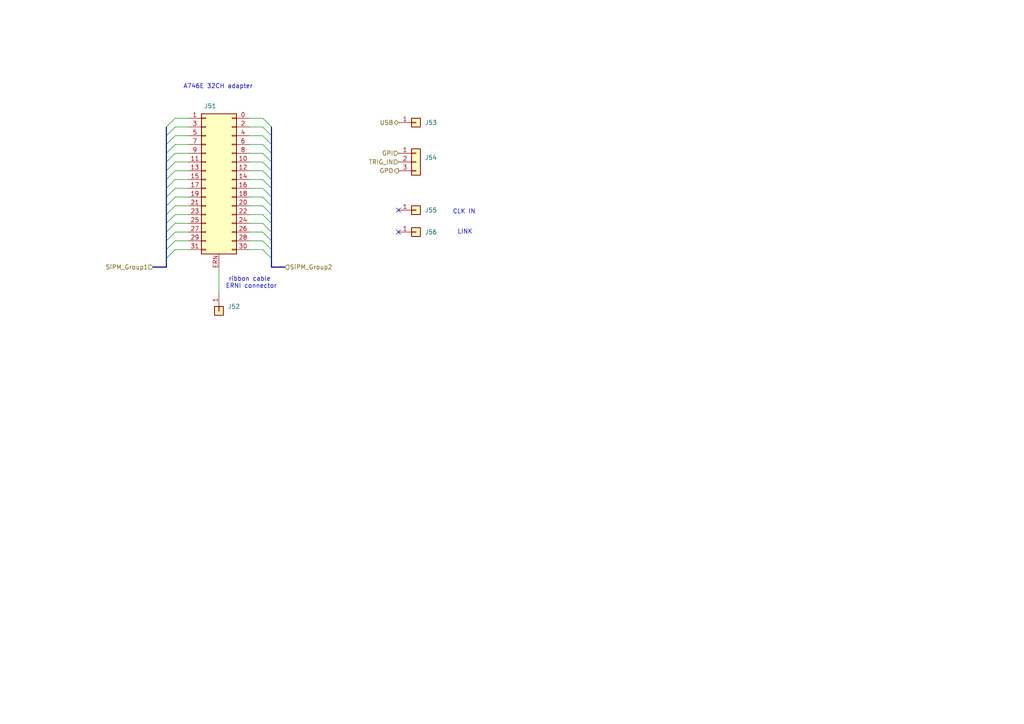
<source format=kicad_sch>
(kicad_sch
	(version 20231120)
	(generator "eeschema")
	(generator_version "8.0")
	(uuid "428ab932-d727-4384-ba38-aef39102ad4b")
	(paper "A4")
	(title_block
		(title "Instrumentation wiring drawing")
		(date "2024-06-21")
		(company "SBC")
		(comment 1 "Zhiheng Sheng")
	)
	(lib_symbols
		(symbol "Connector_Generic:Conn_01x01"
			(pin_names
				(offset 1.016) hide)
			(exclude_from_sim no)
			(in_bom yes)
			(on_board yes)
			(property "Reference" "J"
				(at 0 2.54 0)
				(effects
					(font
						(size 1.27 1.27)
					)
				)
			)
			(property "Value" "Conn_01x01"
				(at 0 -2.54 0)
				(effects
					(font
						(size 1.27 1.27)
					)
				)
			)
			(property "Footprint" ""
				(at 0 0 0)
				(effects
					(font
						(size 1.27 1.27)
					)
					(hide yes)
				)
			)
			(property "Datasheet" "~"
				(at 0 0 0)
				(effects
					(font
						(size 1.27 1.27)
					)
					(hide yes)
				)
			)
			(property "Description" "Generic connector, single row, 01x01, script generated (kicad-library-utils/schlib/autogen/connector/)"
				(at 0 0 0)
				(effects
					(font
						(size 1.27 1.27)
					)
					(hide yes)
				)
			)
			(property "ki_keywords" "connector"
				(at 0 0 0)
				(effects
					(font
						(size 1.27 1.27)
					)
					(hide yes)
				)
			)
			(property "ki_fp_filters" "Connector*:*_1x??_*"
				(at 0 0 0)
				(effects
					(font
						(size 1.27 1.27)
					)
					(hide yes)
				)
			)
			(symbol "Conn_01x01_1_1"
				(rectangle
					(start -1.27 0.127)
					(end 0 -0.127)
					(stroke
						(width 0.1524)
						(type default)
					)
					(fill
						(type none)
					)
				)
				(rectangle
					(start -1.27 1.27)
					(end 1.27 -1.27)
					(stroke
						(width 0.254)
						(type default)
					)
					(fill
						(type background)
					)
				)
				(pin passive line
					(at -5.08 0 0)
					(length 3.81)
					(name "Pin_1"
						(effects
							(font
								(size 1.27 1.27)
							)
						)
					)
					(number "1"
						(effects
							(font
								(size 1.27 1.27)
							)
						)
					)
				)
			)
		)
		(symbol "Connector_Generic:Conn_01x03"
			(pin_names
				(offset 1.016) hide)
			(exclude_from_sim no)
			(in_bom yes)
			(on_board yes)
			(property "Reference" "J"
				(at 0 5.08 0)
				(effects
					(font
						(size 1.27 1.27)
					)
				)
			)
			(property "Value" "Conn_01x03"
				(at 0 -5.08 0)
				(effects
					(font
						(size 1.27 1.27)
					)
				)
			)
			(property "Footprint" ""
				(at 0 0 0)
				(effects
					(font
						(size 1.27 1.27)
					)
					(hide yes)
				)
			)
			(property "Datasheet" "~"
				(at 0 0 0)
				(effects
					(font
						(size 1.27 1.27)
					)
					(hide yes)
				)
			)
			(property "Description" "Generic connector, single row, 01x03, script generated (kicad-library-utils/schlib/autogen/connector/)"
				(at 0 0 0)
				(effects
					(font
						(size 1.27 1.27)
					)
					(hide yes)
				)
			)
			(property "ki_keywords" "connector"
				(at 0 0 0)
				(effects
					(font
						(size 1.27 1.27)
					)
					(hide yes)
				)
			)
			(property "ki_fp_filters" "Connector*:*_1x??_*"
				(at 0 0 0)
				(effects
					(font
						(size 1.27 1.27)
					)
					(hide yes)
				)
			)
			(symbol "Conn_01x03_1_1"
				(rectangle
					(start -1.27 -2.413)
					(end 0 -2.667)
					(stroke
						(width 0.1524)
						(type default)
					)
					(fill
						(type none)
					)
				)
				(rectangle
					(start -1.27 0.127)
					(end 0 -0.127)
					(stroke
						(width 0.1524)
						(type default)
					)
					(fill
						(type none)
					)
				)
				(rectangle
					(start -1.27 2.667)
					(end 0 2.413)
					(stroke
						(width 0.1524)
						(type default)
					)
					(fill
						(type none)
					)
				)
				(rectangle
					(start -1.27 3.81)
					(end 1.27 -3.81)
					(stroke
						(width 0.254)
						(type default)
					)
					(fill
						(type background)
					)
				)
				(pin passive line
					(at -5.08 2.54 0)
					(length 3.81)
					(name "Pin_1"
						(effects
							(font
								(size 1.27 1.27)
							)
						)
					)
					(number "1"
						(effects
							(font
								(size 1.27 1.27)
							)
						)
					)
				)
				(pin passive line
					(at -5.08 0 0)
					(length 3.81)
					(name "Pin_2"
						(effects
							(font
								(size 1.27 1.27)
							)
						)
					)
					(number "2"
						(effects
							(font
								(size 1.27 1.27)
							)
						)
					)
				)
				(pin passive line
					(at -5.08 -2.54 0)
					(length 3.81)
					(name "Pin_3"
						(effects
							(font
								(size 1.27 1.27)
							)
						)
					)
					(number "3"
						(effects
							(font
								(size 1.27 1.27)
							)
						)
					)
				)
			)
		)
		(symbol "Connector_Generic:Conn_02x16_Odd_Even"
			(pin_names
				(offset 1.016) hide)
			(exclude_from_sim no)
			(in_bom yes)
			(on_board yes)
			(property "Reference" "J51"
				(at -2.54 22.606 0)
				(effects
					(font
						(size 1.27 1.27)
					)
				)
			)
			(property "Value" "Conn_02x16_Odd_Even"
				(at -2.54 22.86 0)
				(effects
					(font
						(size 1.27 1.27)
					)
					(hide yes)
				)
			)
			(property "Footprint" ""
				(at -3.81 1.27 0)
				(effects
					(font
						(size 1.27 1.27)
					)
					(hide yes)
				)
			)
			(property "Datasheet" "~"
				(at -3.81 1.27 0)
				(effects
					(font
						(size 1.27 1.27)
					)
					(hide yes)
				)
			)
			(property "Description" "Generic connector, double row, 02x16, odd/even pin numbering scheme (row 1 odd numbers, row 2 even numbers), script generated (kicad-library-utils/schlib/autogen/connector/)"
				(at -2.54 0 0)
				(effects
					(font
						(size 1.27 1.27)
					)
					(hide yes)
				)
			)
			(property "ki_keywords" "connector"
				(at 0 0 0)
				(effects
					(font
						(size 1.27 1.27)
					)
					(hide yes)
				)
			)
			(property "ki_fp_filters" "Connector*:*_2x??_*"
				(at 0 0 0)
				(effects
					(font
						(size 1.27 1.27)
					)
					(hide yes)
				)
			)
			(symbol "Conn_02x16_Odd_Even_1_1"
				(rectangle
					(start -5.08 -18.923)
					(end -3.81 -19.177)
					(stroke
						(width 0.1524)
						(type default)
					)
					(fill
						(type none)
					)
				)
				(rectangle
					(start -5.08 -16.383)
					(end -3.81 -16.637)
					(stroke
						(width 0.1524)
						(type default)
					)
					(fill
						(type none)
					)
				)
				(rectangle
					(start -5.08 -13.843)
					(end -3.81 -14.097)
					(stroke
						(width 0.1524)
						(type default)
					)
					(fill
						(type none)
					)
				)
				(rectangle
					(start -5.08 -11.303)
					(end -3.81 -11.557)
					(stroke
						(width 0.1524)
						(type default)
					)
					(fill
						(type none)
					)
				)
				(rectangle
					(start -5.08 -8.763)
					(end -3.81 -9.017)
					(stroke
						(width 0.1524)
						(type default)
					)
					(fill
						(type none)
					)
				)
				(rectangle
					(start -5.08 -6.223)
					(end -3.81 -6.477)
					(stroke
						(width 0.1524)
						(type default)
					)
					(fill
						(type none)
					)
				)
				(rectangle
					(start -5.08 -3.683)
					(end -3.81 -3.937)
					(stroke
						(width 0.1524)
						(type default)
					)
					(fill
						(type none)
					)
				)
				(rectangle
					(start -5.08 -1.143)
					(end -3.81 -1.397)
					(stroke
						(width 0.1524)
						(type default)
					)
					(fill
						(type none)
					)
				)
				(rectangle
					(start -5.08 1.397)
					(end -3.81 1.143)
					(stroke
						(width 0.1524)
						(type default)
					)
					(fill
						(type none)
					)
				)
				(rectangle
					(start -5.08 3.937)
					(end -3.81 3.683)
					(stroke
						(width 0.1524)
						(type default)
					)
					(fill
						(type none)
					)
				)
				(rectangle
					(start -5.08 6.477)
					(end -3.81 6.223)
					(stroke
						(width 0.1524)
						(type default)
					)
					(fill
						(type none)
					)
				)
				(rectangle
					(start -5.08 9.017)
					(end -3.81 8.763)
					(stroke
						(width 0.1524)
						(type default)
					)
					(fill
						(type none)
					)
				)
				(rectangle
					(start -5.08 11.557)
					(end -3.81 11.303)
					(stroke
						(width 0.1524)
						(type default)
					)
					(fill
						(type none)
					)
				)
				(rectangle
					(start -5.08 14.097)
					(end -3.81 13.843)
					(stroke
						(width 0.1524)
						(type default)
					)
					(fill
						(type none)
					)
				)
				(rectangle
					(start -5.08 16.637)
					(end -3.81 16.383)
					(stroke
						(width 0.1524)
						(type default)
					)
					(fill
						(type none)
					)
				)
				(rectangle
					(start -5.08 19.177)
					(end -3.81 18.923)
					(stroke
						(width 0.1524)
						(type default)
					)
					(fill
						(type none)
					)
				)
				(rectangle
					(start -5.08 20.32)
					(end 5.08 -20.32)
					(stroke
						(width 0.254)
						(type default)
					)
					(fill
						(type background)
					)
				)
				(rectangle
					(start 5.08 -18.923)
					(end 3.81 -19.177)
					(stroke
						(width 0.1524)
						(type default)
					)
					(fill
						(type none)
					)
				)
				(rectangle
					(start 5.08 -16.383)
					(end 3.81 -16.637)
					(stroke
						(width 0.1524)
						(type default)
					)
					(fill
						(type none)
					)
				)
				(rectangle
					(start 5.08 -13.843)
					(end 3.81 -14.097)
					(stroke
						(width 0.1524)
						(type default)
					)
					(fill
						(type none)
					)
				)
				(rectangle
					(start 5.08 -11.303)
					(end 3.81 -11.557)
					(stroke
						(width 0.1524)
						(type default)
					)
					(fill
						(type none)
					)
				)
				(rectangle
					(start 5.08 -8.763)
					(end 3.81 -9.017)
					(stroke
						(width 0.1524)
						(type default)
					)
					(fill
						(type none)
					)
				)
				(rectangle
					(start 5.08 -6.223)
					(end 3.81 -6.477)
					(stroke
						(width 0.1524)
						(type default)
					)
					(fill
						(type none)
					)
				)
				(rectangle
					(start 5.08 -3.683)
					(end 3.81 -3.937)
					(stroke
						(width 0.1524)
						(type default)
					)
					(fill
						(type none)
					)
				)
				(rectangle
					(start 5.08 -1.143)
					(end 3.81 -1.397)
					(stroke
						(width 0.1524)
						(type default)
					)
					(fill
						(type none)
					)
				)
				(rectangle
					(start 5.08 1.397)
					(end 3.81 1.143)
					(stroke
						(width 0.1524)
						(type default)
					)
					(fill
						(type none)
					)
				)
				(rectangle
					(start 5.08 3.937)
					(end 3.81 3.683)
					(stroke
						(width 0.1524)
						(type default)
					)
					(fill
						(type none)
					)
				)
				(rectangle
					(start 5.08 6.477)
					(end 3.81 6.223)
					(stroke
						(width 0.1524)
						(type default)
					)
					(fill
						(type none)
					)
				)
				(rectangle
					(start 5.08 9.017)
					(end 3.81 8.763)
					(stroke
						(width 0.1524)
						(type default)
					)
					(fill
						(type none)
					)
				)
				(rectangle
					(start 5.08 11.557)
					(end 3.81 11.303)
					(stroke
						(width 0.1524)
						(type default)
					)
					(fill
						(type none)
					)
				)
				(rectangle
					(start 5.08 14.097)
					(end 3.81 13.843)
					(stroke
						(width 0.1524)
						(type default)
					)
					(fill
						(type none)
					)
				)
				(rectangle
					(start 5.08 16.637)
					(end 3.81 16.383)
					(stroke
						(width 0.1524)
						(type default)
					)
					(fill
						(type none)
					)
				)
				(rectangle
					(start 5.08 19.177)
					(end 3.81 18.923)
					(stroke
						(width 0.1524)
						(type default)
					)
					(fill
						(type none)
					)
				)
				(pin passive line
					(at 8.89 19.05 180)
					(length 3.81)
					(name "Pin_0"
						(effects
							(font
								(size 1.27 1.27)
							)
						)
					)
					(number "0"
						(effects
							(font
								(size 1.27 1.27)
							)
						)
					)
				)
				(pin passive line
					(at -8.89 19.05 0)
					(length 3.81)
					(name "Pin_1"
						(effects
							(font
								(size 1.27 1.27)
							)
						)
					)
					(number "1"
						(effects
							(font
								(size 1.27 1.27)
							)
						)
					)
				)
				(pin passive line
					(at 8.89 6.35 180)
					(length 3.81)
					(name "Pin_10"
						(effects
							(font
								(size 1.27 1.27)
							)
						)
					)
					(number "10"
						(effects
							(font
								(size 1.27 1.27)
							)
						)
					)
				)
				(pin passive line
					(at -8.89 6.35 0)
					(length 3.81)
					(name "Pin_11"
						(effects
							(font
								(size 1.27 1.27)
							)
						)
					)
					(number "11"
						(effects
							(font
								(size 1.27 1.27)
							)
						)
					)
				)
				(pin passive line
					(at 8.89 3.81 180)
					(length 3.81)
					(name "Pin_12"
						(effects
							(font
								(size 1.27 1.27)
							)
						)
					)
					(number "12"
						(effects
							(font
								(size 1.27 1.27)
							)
						)
					)
				)
				(pin passive line
					(at -8.89 3.81 0)
					(length 3.81)
					(name "Pin_13"
						(effects
							(font
								(size 1.27 1.27)
							)
						)
					)
					(number "13"
						(effects
							(font
								(size 1.27 1.27)
							)
						)
					)
				)
				(pin passive line
					(at 8.89 1.27 180)
					(length 3.81)
					(name "Pin_14"
						(effects
							(font
								(size 1.27 1.27)
							)
						)
					)
					(number "14"
						(effects
							(font
								(size 1.27 1.27)
							)
						)
					)
				)
				(pin passive line
					(at -8.89 1.27 0)
					(length 3.81)
					(name "Pin_15"
						(effects
							(font
								(size 1.27 1.27)
							)
						)
					)
					(number "15"
						(effects
							(font
								(size 1.27 1.27)
							)
						)
					)
				)
				(pin passive line
					(at 8.89 -1.27 180)
					(length 3.81)
					(name "Pin_16"
						(effects
							(font
								(size 1.27 1.27)
							)
						)
					)
					(number "16"
						(effects
							(font
								(size 1.27 1.27)
							)
						)
					)
				)
				(pin passive line
					(at -8.89 -1.27 0)
					(length 3.81)
					(name "Pin_17"
						(effects
							(font
								(size 1.27 1.27)
							)
						)
					)
					(number "17"
						(effects
							(font
								(size 1.27 1.27)
							)
						)
					)
				)
				(pin passive line
					(at 8.89 -3.81 180)
					(length 3.81)
					(name "Pin_18"
						(effects
							(font
								(size 1.27 1.27)
							)
						)
					)
					(number "18"
						(effects
							(font
								(size 1.27 1.27)
							)
						)
					)
				)
				(pin passive line
					(at -8.89 -3.81 0)
					(length 3.81)
					(name "Pin_19"
						(effects
							(font
								(size 1.27 1.27)
							)
						)
					)
					(number "19"
						(effects
							(font
								(size 1.27 1.27)
							)
						)
					)
				)
				(pin passive line
					(at 8.89 16.51 180)
					(length 3.81)
					(name "Pin_2"
						(effects
							(font
								(size 1.27 1.27)
							)
						)
					)
					(number "2"
						(effects
							(font
								(size 1.27 1.27)
							)
						)
					)
				)
				(pin passive line
					(at 8.89 -6.35 180)
					(length 3.81)
					(name "Pin_20"
						(effects
							(font
								(size 1.27 1.27)
							)
						)
					)
					(number "20"
						(effects
							(font
								(size 1.27 1.27)
							)
						)
					)
				)
				(pin passive line
					(at -8.89 -6.35 0)
					(length 3.81)
					(name "Pin_21"
						(effects
							(font
								(size 1.27 1.27)
							)
						)
					)
					(number "21"
						(effects
							(font
								(size 1.27 1.27)
							)
						)
					)
				)
				(pin passive line
					(at 8.89 -8.89 180)
					(length 3.81)
					(name "Pin_22"
						(effects
							(font
								(size 1.27 1.27)
							)
						)
					)
					(number "22"
						(effects
							(font
								(size 1.27 1.27)
							)
						)
					)
				)
				(pin passive line
					(at -8.89 -8.89 0)
					(length 3.81)
					(name "Pin_23"
						(effects
							(font
								(size 1.27 1.27)
							)
						)
					)
					(number "23"
						(effects
							(font
								(size 1.27 1.27)
							)
						)
					)
				)
				(pin passive line
					(at 8.89 -11.43 180)
					(length 3.81)
					(name "Pin_24"
						(effects
							(font
								(size 1.27 1.27)
							)
						)
					)
					(number "24"
						(effects
							(font
								(size 1.27 1.27)
							)
						)
					)
				)
				(pin passive line
					(at -8.89 -11.43 0)
					(length 3.81)
					(name "Pin_25"
						(effects
							(font
								(size 1.27 1.27)
							)
						)
					)
					(number "25"
						(effects
							(font
								(size 1.27 1.27)
							)
						)
					)
				)
				(pin passive line
					(at 8.89 -13.97 180)
					(length 3.81)
					(name "Pin_26"
						(effects
							(font
								(size 1.27 1.27)
							)
						)
					)
					(number "26"
						(effects
							(font
								(size 1.27 1.27)
							)
						)
					)
				)
				(pin passive line
					(at -8.89 -13.97 0)
					(length 3.81)
					(name "Pin_27"
						(effects
							(font
								(size 1.27 1.27)
							)
						)
					)
					(number "27"
						(effects
							(font
								(size 1.27 1.27)
							)
						)
					)
				)
				(pin passive line
					(at 8.89 -16.51 180)
					(length 3.81)
					(name "Pin_28"
						(effects
							(font
								(size 1.27 1.27)
							)
						)
					)
					(number "28"
						(effects
							(font
								(size 1.27 1.27)
							)
						)
					)
				)
				(pin passive line
					(at -8.89 -16.51 0)
					(length 3.81)
					(name "Pin_29"
						(effects
							(font
								(size 1.27 1.27)
							)
						)
					)
					(number "29"
						(effects
							(font
								(size 1.27 1.27)
							)
						)
					)
				)
				(pin passive line
					(at -8.89 16.51 0)
					(length 3.81)
					(name "Pin_3"
						(effects
							(font
								(size 1.27 1.27)
							)
						)
					)
					(number "3"
						(effects
							(font
								(size 1.27 1.27)
							)
						)
					)
				)
				(pin passive line
					(at 8.89 -19.05 180)
					(length 3.81)
					(name "Pin_30"
						(effects
							(font
								(size 1.27 1.27)
							)
						)
					)
					(number "30"
						(effects
							(font
								(size 1.27 1.27)
							)
						)
					)
				)
				(pin passive line
					(at -8.89 -19.05 0)
					(length 3.81)
					(name "Pin_31"
						(effects
							(font
								(size 1.27 1.27)
							)
						)
					)
					(number "31"
						(effects
							(font
								(size 1.27 1.27)
							)
						)
					)
				)
				(pin passive line
					(at 8.89 13.97 180)
					(length 3.81)
					(name "Pin_4"
						(effects
							(font
								(size 1.27 1.27)
							)
						)
					)
					(number "4"
						(effects
							(font
								(size 1.27 1.27)
							)
						)
					)
				)
				(pin passive line
					(at -8.89 13.97 0)
					(length 3.81)
					(name "Pin_5"
						(effects
							(font
								(size 1.27 1.27)
							)
						)
					)
					(number "5"
						(effects
							(font
								(size 1.27 1.27)
							)
						)
					)
				)
				(pin passive line
					(at 8.89 11.43 180)
					(length 3.81)
					(name "Pin_6"
						(effects
							(font
								(size 1.27 1.27)
							)
						)
					)
					(number "6"
						(effects
							(font
								(size 1.27 1.27)
							)
						)
					)
				)
				(pin passive line
					(at -8.89 11.43 0)
					(length 3.81)
					(name "Pin_7"
						(effects
							(font
								(size 1.27 1.27)
							)
						)
					)
					(number "7"
						(effects
							(font
								(size 1.27 1.27)
							)
						)
					)
				)
				(pin passive line
					(at 8.89 8.89 180)
					(length 3.81)
					(name "Pin_8"
						(effects
							(font
								(size 1.27 1.27)
							)
						)
					)
					(number "8"
						(effects
							(font
								(size 1.27 1.27)
							)
						)
					)
				)
				(pin passive line
					(at -8.89 8.89 0)
					(length 3.81)
					(name "Pin_9"
						(effects
							(font
								(size 1.27 1.27)
							)
						)
					)
					(number "9"
						(effects
							(font
								(size 1.27 1.27)
							)
						)
					)
				)
				(pin passive line
					(at 0 -24.13 90)
					(length 3.81)
					(name "ERNI"
						(effects
							(font
								(size 1.27 1.27)
							)
						)
					)
					(number "ERNI"
						(effects
							(font
								(size 1.27 1.27)
							)
						)
					)
				)
			)
		)
	)
	(no_connect
		(at 115.57 60.96)
		(uuid "4a5c2fe8-8cf3-4a87-9332-dfc17b90c2bb")
	)
	(no_connect
		(at 115.57 67.31)
		(uuid "5149233b-2ad1-4b06-b08b-ad99e374afed")
	)
	(bus_entry
		(at 76.2 67.31)
		(size 2.54 2.54)
		(stroke
			(width 0)
			(type default)
		)
		(uuid "02089d4f-aa38-4488-be0f-8af477e028f2")
	)
	(bus_entry
		(at 76.2 72.39)
		(size 2.54 2.54)
		(stroke
			(width 0)
			(type default)
		)
		(uuid "07dc5c32-0cb0-40c5-9f68-2bf70b9bce17")
	)
	(bus_entry
		(at 76.2 59.69)
		(size 2.54 2.54)
		(stroke
			(width 0)
			(type default)
		)
		(uuid "08b60e49-66bc-4647-9ce2-515b9e7b6d68")
	)
	(bus_entry
		(at 50.8 72.39)
		(size -2.54 2.54)
		(stroke
			(width 0)
			(type default)
		)
		(uuid "09ba24f7-d042-4cf9-9103-205165de1581")
	)
	(bus_entry
		(at 50.8 62.23)
		(size -2.54 2.54)
		(stroke
			(width 0)
			(type default)
		)
		(uuid "20bb4245-bf4a-4877-9886-7a3e1c7e468a")
	)
	(bus_entry
		(at 76.2 52.07)
		(size 2.54 2.54)
		(stroke
			(width 0)
			(type default)
		)
		(uuid "253adb07-50ee-49cd-b2e7-1a544421abd9")
	)
	(bus_entry
		(at 50.8 41.91)
		(size -2.54 2.54)
		(stroke
			(width 0)
			(type default)
		)
		(uuid "2a6559a2-0bde-4819-9cb2-160c54c5d51f")
	)
	(bus_entry
		(at 76.2 34.29)
		(size 2.54 2.54)
		(stroke
			(width 0)
			(type default)
		)
		(uuid "31f2c3fb-6769-46d7-8413-98cd28f45b1c")
	)
	(bus_entry
		(at 50.8 49.53)
		(size -2.54 2.54)
		(stroke
			(width 0)
			(type default)
		)
		(uuid "3925c020-b706-4b12-932c-1048d4f3188f")
	)
	(bus_entry
		(at 50.8 36.83)
		(size -2.54 2.54)
		(stroke
			(width 0)
			(type default)
		)
		(uuid "48d24b48-22a7-435a-9753-c54abfb484e1")
	)
	(bus_entry
		(at 76.2 39.37)
		(size 2.54 2.54)
		(stroke
			(width 0)
			(type default)
		)
		(uuid "51fef848-b7ae-42eb-8214-e7f49b0652bf")
	)
	(bus_entry
		(at 50.8 39.37)
		(size -2.54 2.54)
		(stroke
			(width 0)
			(type default)
		)
		(uuid "54431350-c565-4b35-bfec-bd65ac375c30")
	)
	(bus_entry
		(at 76.2 46.99)
		(size 2.54 2.54)
		(stroke
			(width 0)
			(type default)
		)
		(uuid "5770d30d-903f-4820-9fcc-a4353ed32312")
	)
	(bus_entry
		(at 50.8 44.45)
		(size -2.54 2.54)
		(stroke
			(width 0)
			(type default)
		)
		(uuid "61180281-b619-45d0-b7b1-02c20a170769")
	)
	(bus_entry
		(at 50.8 57.15)
		(size -2.54 2.54)
		(stroke
			(width 0)
			(type default)
		)
		(uuid "62d93169-f919-43ae-a0a9-0117fe65711e")
	)
	(bus_entry
		(at 76.2 54.61)
		(size 2.54 2.54)
		(stroke
			(width 0)
			(type default)
		)
		(uuid "645f0697-7110-4c4f-8fea-d8f617ada059")
	)
	(bus_entry
		(at 50.8 67.31)
		(size -2.54 2.54)
		(stroke
			(width 0)
			(type default)
		)
		(uuid "7ce4d3c3-1004-4d35-acd3-ce5fc404fc26")
	)
	(bus_entry
		(at 50.8 64.77)
		(size -2.54 2.54)
		(stroke
			(width 0)
			(type default)
		)
		(uuid "7d04bb2e-7615-4f96-be18-e9ba9a39275c")
	)
	(bus_entry
		(at 50.8 46.99)
		(size -2.54 2.54)
		(stroke
			(width 0)
			(type default)
		)
		(uuid "9426da3f-e9e7-41a6-b6fc-b74087bd7883")
	)
	(bus_entry
		(at 76.2 41.91)
		(size 2.54 2.54)
		(stroke
			(width 0)
			(type default)
		)
		(uuid "9a9ecd7c-87a1-4125-93b2-32c3eb130c1e")
	)
	(bus_entry
		(at 76.2 69.85)
		(size 2.54 2.54)
		(stroke
			(width 0)
			(type default)
		)
		(uuid "a26a30f9-de41-4730-97b8-a451357c7a6c")
	)
	(bus_entry
		(at 76.2 44.45)
		(size 2.54 2.54)
		(stroke
			(width 0)
			(type default)
		)
		(uuid "a3a94e96-0bb6-43ae-929e-447e1ed03bf3")
	)
	(bus_entry
		(at 76.2 49.53)
		(size 2.54 2.54)
		(stroke
			(width 0)
			(type default)
		)
		(uuid "a8507006-b847-4809-8a11-ba19f527d574")
	)
	(bus_entry
		(at 50.8 54.61)
		(size -2.54 2.54)
		(stroke
			(width 0)
			(type default)
		)
		(uuid "ad7fc8b9-37b1-4775-a66e-394098b8d0fb")
	)
	(bus_entry
		(at 50.8 59.69)
		(size -2.54 2.54)
		(stroke
			(width 0)
			(type default)
		)
		(uuid "b4eb65b7-e4ae-40d1-b5f0-96cf2f0a92f2")
	)
	(bus_entry
		(at 76.2 62.23)
		(size 2.54 2.54)
		(stroke
			(width 0)
			(type default)
		)
		(uuid "b5d82f01-4a92-4cfc-bc39-adacdd460b55")
	)
	(bus_entry
		(at 76.2 36.83)
		(size 2.54 2.54)
		(stroke
			(width 0)
			(type default)
		)
		(uuid "be2b453b-7f8f-4962-b0f3-f3750f2f84db")
	)
	(bus_entry
		(at 50.8 69.85)
		(size -2.54 2.54)
		(stroke
			(width 0)
			(type default)
		)
		(uuid "c691c423-8b73-4490-b98f-9314c33171e8")
	)
	(bus_entry
		(at 50.8 52.07)
		(size -2.54 2.54)
		(stroke
			(width 0)
			(type default)
		)
		(uuid "c9ef57af-02f0-4d1f-9e68-8c03a4efe4ca")
	)
	(bus_entry
		(at 50.8 34.29)
		(size -2.54 2.54)
		(stroke
			(width 0)
			(type default)
		)
		(uuid "dfc3010e-3708-4caa-9e4e-572ecd33b0cd")
	)
	(bus_entry
		(at 76.2 57.15)
		(size 2.54 2.54)
		(stroke
			(width 0)
			(type default)
		)
		(uuid "e5a3c364-0a78-44c5-92d2-a2009dff5f35")
	)
	(bus_entry
		(at 76.2 64.77)
		(size 2.54 2.54)
		(stroke
			(width 0)
			(type default)
		)
		(uuid "f21778dd-c1af-47c4-951d-27abf174234e")
	)
	(wire
		(pts
			(xy 50.8 57.15) (xy 54.61 57.15)
		)
		(stroke
			(width 0)
			(type default)
		)
		(uuid "003bc9a9-cede-4a56-850b-5f257e09946b")
	)
	(wire
		(pts
			(xy 50.8 41.91) (xy 54.61 41.91)
		)
		(stroke
			(width 0)
			(type default)
		)
		(uuid "04981d53-9498-48de-924f-78768dc04b25")
	)
	(wire
		(pts
			(xy 76.2 67.31) (xy 72.39 67.31)
		)
		(stroke
			(width 0)
			(type default)
		)
		(uuid "05eeaafc-c60c-4223-b4c8-615f13dbc17d")
	)
	(wire
		(pts
			(xy 50.8 64.77) (xy 54.61 64.77)
		)
		(stroke
			(width 0)
			(type default)
		)
		(uuid "0649eb83-da22-480f-830b-2fe7d31ee50b")
	)
	(bus
		(pts
			(xy 48.26 62.23) (xy 48.26 64.77)
		)
		(stroke
			(width 0)
			(type default)
		)
		(uuid "0f580da6-d869-49c0-b26a-69619d6f6f0e")
	)
	(wire
		(pts
			(xy 63.5 77.47) (xy 63.5 85.09)
		)
		(stroke
			(width 0)
			(type default)
		)
		(uuid "1236c914-999b-43b2-bd7f-ded4d5413f43")
	)
	(bus
		(pts
			(xy 78.74 36.83) (xy 78.74 39.37)
		)
		(stroke
			(width 0)
			(type default)
		)
		(uuid "1758c5c6-602f-41b2-90c9-2af933e41288")
	)
	(wire
		(pts
			(xy 50.8 36.83) (xy 54.61 36.83)
		)
		(stroke
			(width 0)
			(type default)
		)
		(uuid "18888b3a-b6d7-4e7f-8948-0406038b47dd")
	)
	(bus
		(pts
			(xy 78.74 67.31) (xy 78.74 69.85)
		)
		(stroke
			(width 0)
			(type default)
		)
		(uuid "18d49c3f-c8ae-40df-a533-87a38827e118")
	)
	(wire
		(pts
			(xy 50.8 34.29) (xy 54.61 34.29)
		)
		(stroke
			(width 0)
			(type default)
		)
		(uuid "1cd12a36-6150-4966-bf87-5dad0e0a82f4")
	)
	(bus
		(pts
			(xy 48.26 36.83) (xy 48.26 39.37)
		)
		(stroke
			(width 0)
			(type default)
		)
		(uuid "1dc16fbe-2d1d-4bef-91b6-67a92431bbf2")
	)
	(bus
		(pts
			(xy 78.74 44.45) (xy 78.74 46.99)
		)
		(stroke
			(width 0)
			(type default)
		)
		(uuid "1e5a6833-99e4-4dcd-b288-40355ba3e23f")
	)
	(wire
		(pts
			(xy 50.8 44.45) (xy 54.61 44.45)
		)
		(stroke
			(width 0)
			(type default)
		)
		(uuid "24a25350-0f3b-4005-bbb3-af775964d023")
	)
	(wire
		(pts
			(xy 50.8 69.85) (xy 54.61 69.85)
		)
		(stroke
			(width 0)
			(type default)
		)
		(uuid "283f1785-fbf5-4a00-a1f6-8a139898f7cd")
	)
	(bus
		(pts
			(xy 48.26 67.31) (xy 48.26 69.85)
		)
		(stroke
			(width 0)
			(type default)
		)
		(uuid "2e7f5f59-e547-4fbe-aa9f-216fe453ec1a")
	)
	(bus
		(pts
			(xy 78.74 59.69) (xy 78.74 62.23)
		)
		(stroke
			(width 0)
			(type default)
		)
		(uuid "2fccdf6d-114f-4afb-a46a-ab70b1fcacec")
	)
	(wire
		(pts
			(xy 50.8 72.39) (xy 54.61 72.39)
		)
		(stroke
			(width 0)
			(type default)
		)
		(uuid "33dddccd-a44a-459d-a726-ac491ad52288")
	)
	(wire
		(pts
			(xy 50.8 52.07) (xy 54.61 52.07)
		)
		(stroke
			(width 0)
			(type default)
		)
		(uuid "3f32f799-974b-4e28-9c08-e054b020c432")
	)
	(bus
		(pts
			(xy 78.74 54.61) (xy 78.74 57.15)
		)
		(stroke
			(width 0)
			(type default)
		)
		(uuid "3fdb07d2-ecd5-411d-92b8-5a1cdc4b98ab")
	)
	(wire
		(pts
			(xy 76.2 44.45) (xy 72.39 44.45)
		)
		(stroke
			(width 0)
			(type default)
		)
		(uuid "45273a77-1290-4e5a-8802-0e8a12d51ee5")
	)
	(wire
		(pts
			(xy 76.2 69.85) (xy 72.39 69.85)
		)
		(stroke
			(width 0)
			(type default)
		)
		(uuid "4961531c-aae9-4d09-9f7f-ca73cdde4648")
	)
	(bus
		(pts
			(xy 82.55 77.47) (xy 78.74 77.47)
		)
		(stroke
			(width 0)
			(type default)
		)
		(uuid "4dba01e4-939f-4cb7-8f5f-719cf992d27d")
	)
	(bus
		(pts
			(xy 48.26 74.93) (xy 48.26 77.47)
		)
		(stroke
			(width 0)
			(type default)
		)
		(uuid "578d94ed-8cf5-4083-aa20-09d2781dee15")
	)
	(wire
		(pts
			(xy 50.8 39.37) (xy 54.61 39.37)
		)
		(stroke
			(width 0)
			(type default)
		)
		(uuid "5b5fd75d-3389-46a5-baa8-c260a2d2cf8f")
	)
	(bus
		(pts
			(xy 48.26 64.77) (xy 48.26 67.31)
		)
		(stroke
			(width 0)
			(type default)
		)
		(uuid "5c3f8e75-01a8-460c-a827-7a19778942e8")
	)
	(bus
		(pts
			(xy 48.26 52.07) (xy 48.26 54.61)
		)
		(stroke
			(width 0)
			(type default)
		)
		(uuid "60324290-ebd9-46b2-81ff-81bcf32e4daa")
	)
	(bus
		(pts
			(xy 78.74 39.37) (xy 78.74 41.91)
		)
		(stroke
			(width 0)
			(type default)
		)
		(uuid "61648bef-11c6-45f5-af2e-46eaf1ddfbd7")
	)
	(bus
		(pts
			(xy 78.74 41.91) (xy 78.74 44.45)
		)
		(stroke
			(width 0)
			(type default)
		)
		(uuid "650d7c99-1c20-49e7-8f11-1f99643a8252")
	)
	(wire
		(pts
			(xy 76.2 41.91) (xy 72.39 41.91)
		)
		(stroke
			(width 0)
			(type default)
		)
		(uuid "678e41cd-d34d-4549-8f8f-ae9dac11f0a1")
	)
	(bus
		(pts
			(xy 78.74 46.99) (xy 78.74 49.53)
		)
		(stroke
			(width 0)
			(type default)
		)
		(uuid "67fdeeda-f7fc-4a5b-a826-0ad5d991fbc1")
	)
	(wire
		(pts
			(xy 76.2 57.15) (xy 72.39 57.15)
		)
		(stroke
			(width 0)
			(type default)
		)
		(uuid "68436187-8539-4d64-a959-67bf49745092")
	)
	(bus
		(pts
			(xy 48.26 44.45) (xy 48.26 46.99)
		)
		(stroke
			(width 0)
			(type default)
		)
		(uuid "6b53b28a-a415-4b9c-80db-597d5a5b99f7")
	)
	(bus
		(pts
			(xy 78.74 52.07) (xy 78.74 54.61)
		)
		(stroke
			(width 0)
			(type default)
		)
		(uuid "6fed556b-aa81-469a-8655-78d1dc22e3ff")
	)
	(bus
		(pts
			(xy 78.74 57.15) (xy 78.74 59.69)
		)
		(stroke
			(width 0)
			(type default)
		)
		(uuid "70a11c00-7a91-4feb-901d-49ad13fe2804")
	)
	(wire
		(pts
			(xy 76.2 59.69) (xy 72.39 59.69)
		)
		(stroke
			(width 0)
			(type default)
		)
		(uuid "73ae7e32-08b6-42b5-883b-6e4b507b1c57")
	)
	(bus
		(pts
			(xy 44.45 77.47) (xy 48.26 77.47)
		)
		(stroke
			(width 0)
			(type default)
		)
		(uuid "7713a24d-4777-4857-a147-e6ddd0d416d2")
	)
	(bus
		(pts
			(xy 78.74 62.23) (xy 78.74 64.77)
		)
		(stroke
			(width 0)
			(type default)
		)
		(uuid "7ab5ecbe-987f-403e-b483-f04a155cac69")
	)
	(wire
		(pts
			(xy 50.8 67.31) (xy 54.61 67.31)
		)
		(stroke
			(width 0)
			(type default)
		)
		(uuid "85943877-af03-406a-8601-c5589a91ecd9")
	)
	(wire
		(pts
			(xy 76.2 54.61) (xy 72.39 54.61)
		)
		(stroke
			(width 0)
			(type default)
		)
		(uuid "8eea133d-28ff-4955-a115-2503fb4f43c6")
	)
	(bus
		(pts
			(xy 48.26 49.53) (xy 48.26 52.07)
		)
		(stroke
			(width 0)
			(type default)
		)
		(uuid "956ac1f5-34f5-4776-a52b-835721a035aa")
	)
	(wire
		(pts
			(xy 76.2 64.77) (xy 72.39 64.77)
		)
		(stroke
			(width 0)
			(type default)
		)
		(uuid "985215f1-578b-49fb-a4c8-613a004fcfa6")
	)
	(wire
		(pts
			(xy 76.2 39.37) (xy 72.39 39.37)
		)
		(stroke
			(width 0)
			(type default)
		)
		(uuid "9f867ed5-702c-401e-835c-d19a51edb6d8")
	)
	(bus
		(pts
			(xy 48.26 41.91) (xy 48.26 44.45)
		)
		(stroke
			(width 0)
			(type default)
		)
		(uuid "a19ce544-7717-43b7-8145-9ae8e8e66be8")
	)
	(bus
		(pts
			(xy 48.26 46.99) (xy 48.26 49.53)
		)
		(stroke
			(width 0)
			(type default)
		)
		(uuid "a3abe03a-72c9-410e-bd9a-848a14c07639")
	)
	(wire
		(pts
			(xy 76.2 36.83) (xy 72.39 36.83)
		)
		(stroke
			(width 0)
			(type default)
		)
		(uuid "a454766d-3799-4257-a72e-72ff08c79e4f")
	)
	(wire
		(pts
			(xy 76.2 52.07) (xy 72.39 52.07)
		)
		(stroke
			(width 0)
			(type default)
		)
		(uuid "a8072c72-7a93-4815-91c2-618dc00ae550")
	)
	(wire
		(pts
			(xy 50.8 62.23) (xy 54.61 62.23)
		)
		(stroke
			(width 0)
			(type default)
		)
		(uuid "a9002f27-8534-4918-9bb1-55151c7e996c")
	)
	(bus
		(pts
			(xy 78.74 69.85) (xy 78.74 72.39)
		)
		(stroke
			(width 0)
			(type default)
		)
		(uuid "aebaf729-908d-4db7-87e8-f0af6e5df3f7")
	)
	(bus
		(pts
			(xy 78.74 74.93) (xy 78.74 77.47)
		)
		(stroke
			(width 0)
			(type default)
		)
		(uuid "b60b27ad-38d2-49ea-bbb6-8189132977af")
	)
	(wire
		(pts
			(xy 76.2 72.39) (xy 72.39 72.39)
		)
		(stroke
			(width 0)
			(type default)
		)
		(uuid "b857fe0e-94d7-40d6-a300-7f85c59a770d")
	)
	(wire
		(pts
			(xy 50.8 46.99) (xy 54.61 46.99)
		)
		(stroke
			(width 0)
			(type default)
		)
		(uuid "c66af3a0-7f91-4b31-b262-6797099a626b")
	)
	(bus
		(pts
			(xy 48.26 59.69) (xy 48.26 62.23)
		)
		(stroke
			(width 0)
			(type default)
		)
		(uuid "c7c506ee-695e-4d15-8ad1-7b372bc9b1bc")
	)
	(wire
		(pts
			(xy 76.2 34.29) (xy 72.39 34.29)
		)
		(stroke
			(width 0)
			(type default)
		)
		(uuid "cb76715b-fd46-4efb-88f7-3e8bd82fb64c")
	)
	(wire
		(pts
			(xy 76.2 62.23) (xy 72.39 62.23)
		)
		(stroke
			(width 0)
			(type default)
		)
		(uuid "cbea8021-c82f-4828-9812-3d34607a35fa")
	)
	(bus
		(pts
			(xy 78.74 49.53) (xy 78.74 52.07)
		)
		(stroke
			(width 0)
			(type default)
		)
		(uuid "cc4942c7-480e-4126-b7e3-a525fc25e035")
	)
	(bus
		(pts
			(xy 48.26 69.85) (xy 48.26 72.39)
		)
		(stroke
			(width 0)
			(type default)
		)
		(uuid "ceddab83-84ef-4fa4-ac1b-e1f5ac3bd6ed")
	)
	(bus
		(pts
			(xy 48.26 72.39) (xy 48.26 74.93)
		)
		(stroke
			(width 0)
			(type default)
		)
		(uuid "d1ddecf8-166f-45d4-a2cc-75bd4e88566c")
	)
	(wire
		(pts
			(xy 76.2 49.53) (xy 72.39 49.53)
		)
		(stroke
			(width 0)
			(type default)
		)
		(uuid "db979f9a-ca69-4e27-b4c8-dbf900c222ae")
	)
	(bus
		(pts
			(xy 78.74 72.39) (xy 78.74 74.93)
		)
		(stroke
			(width 0)
			(type default)
		)
		(uuid "e5be13a2-847b-4616-9677-88899443d30d")
	)
	(wire
		(pts
			(xy 50.8 59.69) (xy 54.61 59.69)
		)
		(stroke
			(width 0)
			(type default)
		)
		(uuid "e8b5ff48-64da-43bb-b3f4-d6fbb5abb551")
	)
	(wire
		(pts
			(xy 50.8 49.53) (xy 54.61 49.53)
		)
		(stroke
			(width 0)
			(type default)
		)
		(uuid "eaf2be74-1219-4607-9c0a-3371b79c3c3e")
	)
	(wire
		(pts
			(xy 50.8 54.61) (xy 54.61 54.61)
		)
		(stroke
			(width 0)
			(type default)
		)
		(uuid "ec4f4692-138e-4d15-9198-6c72ffb4aaf0")
	)
	(bus
		(pts
			(xy 78.74 64.77) (xy 78.74 67.31)
		)
		(stroke
			(width 0)
			(type default)
		)
		(uuid "ed926e5b-b640-4fa2-ab08-638a07e7691a")
	)
	(wire
		(pts
			(xy 76.2 46.99) (xy 72.39 46.99)
		)
		(stroke
			(width 0)
			(type default)
		)
		(uuid "f1c165c7-ba85-4c03-8fa5-b60fe47635f3")
	)
	(bus
		(pts
			(xy 48.26 54.61) (xy 48.26 57.15)
		)
		(stroke
			(width 0)
			(type default)
		)
		(uuid "f1da215d-a701-472b-926f-192eb8de2663")
	)
	(bus
		(pts
			(xy 48.26 57.15) (xy 48.26 59.69)
		)
		(stroke
			(width 0)
			(type default)
		)
		(uuid "f2f7a20d-1a33-4aa0-8532-ed077243cce7")
	)
	(bus
		(pts
			(xy 48.26 39.37) (xy 48.26 41.91)
		)
		(stroke
			(width 0)
			(type default)
		)
		(uuid "f9ba1294-c762-4b72-a83d-dcdf6c0446db")
	)
	(text "A746E 32CH adapter"
		(exclude_from_sim no)
		(at 63.246 25.146 0)
		(effects
			(font
				(size 1.27 1.27)
			)
		)
		(uuid "09ef5793-5a43-4e82-ab00-b44e42260f87")
	)
	(text "LINK"
		(exclude_from_sim no)
		(at 134.874 67.31 0)
		(effects
			(font
				(size 1.27 1.27)
			)
		)
		(uuid "1544e6e0-2913-47de-b5c4-9804f5043863")
	)
	(text "CLK IN"
		(exclude_from_sim no)
		(at 134.62 61.468 0)
		(effects
			(font
				(size 1.27 1.27)
			)
		)
		(uuid "45304787-6ae0-4c66-aa2d-d64c76f22925")
	)
	(text "ribbon cable \nERNI connector"
		(exclude_from_sim no)
		(at 72.898 82.042 0)
		(effects
			(font
				(size 1.27 1.27)
			)
		)
		(uuid "819d46a5-ee70-45a3-95d8-9c35533cf052")
	)
	(hierarchical_label "TRIG_IN"
		(shape input)
		(at 115.57 46.99 180)
		(fields_autoplaced yes)
		(effects
			(font
				(size 1.27 1.27)
			)
			(justify right)
		)
		(uuid "5ea3fd4d-cfb5-4f70-9115-5153c78721ea")
	)
	(hierarchical_label "SiPM_Group1"
		(shape input)
		(at 44.45 77.47 180)
		(fields_autoplaced yes)
		(effects
			(font
				(size 1.27 1.27)
			)
			(justify right)
		)
		(uuid "75143099-097c-484d-9afb-1d39b4eabfb6")
	)
	(hierarchical_label "GPI"
		(shape input)
		(at 115.57 44.45 180)
		(fields_autoplaced yes)
		(effects
			(font
				(size 1.27 1.27)
			)
			(justify right)
		)
		(uuid "98e829ec-11c3-4e15-a6f0-687218b73d95")
	)
	(hierarchical_label "USB"
		(shape bidirectional)
		(at 115.57 35.56 180)
		(fields_autoplaced yes)
		(effects
			(font
				(size 1.27 1.27)
			)
			(justify right)
		)
		(uuid "d2527101-ddf2-4f13-9bac-211751bf1a09")
	)
	(hierarchical_label "SiPM_Group2"
		(shape input)
		(at 82.55 77.47 0)
		(fields_autoplaced yes)
		(effects
			(font
				(size 1.27 1.27)
			)
			(justify left)
		)
		(uuid "e08028c6-b88e-400f-8dfb-98041f0ebb85")
	)
	(hierarchical_label "GPO"
		(shape output)
		(at 115.57 49.53 180)
		(fields_autoplaced yes)
		(effects
			(font
				(size 1.27 1.27)
			)
			(justify right)
		)
		(uuid "f029d7ac-0baf-4ae2-903d-c98293a93c6b")
	)
	(symbol
		(lib_id "Connector_Generic:Conn_01x01")
		(at 120.65 67.31 0)
		(unit 1)
		(exclude_from_sim no)
		(in_bom yes)
		(on_board yes)
		(dnp no)
		(fields_autoplaced yes)
		(uuid "118b7386-5560-41da-b471-773207bf4558")
		(property "Reference" "J56"
			(at 123.19 67.3099 0)
			(effects
				(font
					(size 1.27 1.27)
				)
				(justify left)
			)
		)
		(property "Value" "Conn_01x01"
			(at 121.9199 64.77 90)
			(effects
				(font
					(size 1.27 1.27)
				)
				(justify left)
				(hide yes)
			)
		)
		(property "Footprint" ""
			(at 120.65 67.31 0)
			(effects
				(font
					(size 1.27 1.27)
				)
				(hide yes)
			)
		)
		(property "Datasheet" "~"
			(at 120.65 67.31 0)
			(effects
				(font
					(size 1.27 1.27)
				)
				(hide yes)
			)
		)
		(property "Description" "Generic connector, single row, 01x01, script generated (kicad-library-utils/schlib/autogen/connector/)"
			(at 120.65 67.31 0)
			(effects
				(font
					(size 1.27 1.27)
				)
				(hide yes)
			)
		)
		(pin "1"
			(uuid "5e083072-9fd3-41e5-a631-84594182ea7d")
		)
		(instances
			(project "instrumentation_wiring"
				(path "/33b0be37-4aa5-415a-8914-5441d29c7862/dc6e3224-1a19-4fa5-a52e-7d791458ad77"
					(reference "J56")
					(unit 1)
				)
			)
		)
	)
	(symbol
		(lib_id "Connector_Generic:Conn_01x01")
		(at 63.5 90.17 270)
		(unit 1)
		(exclude_from_sim no)
		(in_bom yes)
		(on_board yes)
		(dnp no)
		(fields_autoplaced yes)
		(uuid "311bf8df-d9c6-4bb5-bc5a-065b54214bfc")
		(property "Reference" "J52"
			(at 66.04 88.8999 90)
			(effects
				(font
					(size 1.27 1.27)
				)
				(justify left)
			)
		)
		(property "Value" "Conn_01x01"
			(at 66.04 91.4399 90)
			(effects
				(font
					(size 1.27 1.27)
				)
				(justify left)
				(hide yes)
			)
		)
		(property "Footprint" ""
			(at 63.5 90.17 0)
			(effects
				(font
					(size 1.27 1.27)
				)
				(hide yes)
			)
		)
		(property "Datasheet" "~"
			(at 63.5 90.17 0)
			(effects
				(font
					(size 1.27 1.27)
				)
				(hide yes)
			)
		)
		(property "Description" "Generic connector, single row, 01x01, script generated (kicad-library-utils/schlib/autogen/connector/)"
			(at 63.5 90.17 0)
			(effects
				(font
					(size 1.27 1.27)
				)
				(hide yes)
			)
		)
		(pin "1"
			(uuid "7adae00d-83ef-4567-a13f-0817e4ae0218")
		)
		(instances
			(project ""
				(path "/33b0be37-4aa5-415a-8914-5441d29c7862/dc6e3224-1a19-4fa5-a52e-7d791458ad77"
					(reference "J52")
					(unit 1)
				)
			)
		)
	)
	(symbol
		(lib_id "Connector_Generic:Conn_01x03")
		(at 120.65 46.99 0)
		(unit 1)
		(exclude_from_sim no)
		(in_bom yes)
		(on_board yes)
		(dnp no)
		(fields_autoplaced yes)
		(uuid "4875bab9-e362-41b6-8b5f-c31cfa331877")
		(property "Reference" "J54"
			(at 123.19 45.7199 0)
			(effects
				(font
					(size 1.27 1.27)
				)
				(justify left)
			)
		)
		(property "Value" "Conn_01x03"
			(at 123.19 48.2599 0)
			(effects
				(font
					(size 1.27 1.27)
				)
				(justify left)
				(hide yes)
			)
		)
		(property "Footprint" ""
			(at 120.65 46.99 0)
			(effects
				(font
					(size 1.27 1.27)
				)
				(hide yes)
			)
		)
		(property "Datasheet" "~"
			(at 120.65 46.99 0)
			(effects
				(font
					(size 1.27 1.27)
				)
				(hide yes)
			)
		)
		(property "Description" "Generic connector, single row, 01x03, script generated (kicad-library-utils/schlib/autogen/connector/)"
			(at 120.65 46.99 0)
			(effects
				(font
					(size 1.27 1.27)
				)
				(hide yes)
			)
		)
		(pin "3"
			(uuid "898df339-d4a3-4388-a622-3bbda618a9c4")
		)
		(pin "1"
			(uuid "9280509a-550c-4321-9ac6-37a8b9bf74a8")
		)
		(pin "2"
			(uuid "2d167059-b1a4-4b82-8780-f66aa87afe40")
		)
		(instances
			(project ""
				(path "/33b0be37-4aa5-415a-8914-5441d29c7862/dc6e3224-1a19-4fa5-a52e-7d791458ad77"
					(reference "J54")
					(unit 1)
				)
			)
		)
	)
	(symbol
		(lib_id "Connector_Generic:Conn_02x16_Odd_Even")
		(at 63.5 53.34 0)
		(unit 1)
		(exclude_from_sim no)
		(in_bom yes)
		(on_board yes)
		(dnp no)
		(uuid "ac6d868e-6b89-48b2-b99c-069fd15fdd27")
		(property "Reference" "J51"
			(at 60.96 30.734 0)
			(effects
				(font
					(size 1.27 1.27)
				)
			)
		)
		(property "Value" "Conn_02x16_Odd_Even"
			(at 60.96 30.48 0)
			(effects
				(font
					(size 1.27 1.27)
				)
				(hide yes)
			)
		)
		(property "Footprint" ""
			(at 59.69 52.07 0)
			(effects
				(font
					(size 1.27 1.27)
				)
				(hide yes)
			)
		)
		(property "Datasheet" "~"
			(at 59.69 52.07 0)
			(effects
				(font
					(size 1.27 1.27)
				)
				(hide yes)
			)
		)
		(property "Description" "Generic connector, double row, 02x16, odd/even pin numbering scheme (row 1 odd numbers, row 2 even numbers), script generated (kicad-library-utils/schlib/autogen/connector/)"
			(at 60.96 53.34 0)
			(effects
				(font
					(size 1.27 1.27)
				)
				(hide yes)
			)
		)
		(pin "10"
			(uuid "9444de15-4bb3-41e8-b13c-d7ed9019db00")
		)
		(pin "14"
			(uuid "094fcb0a-9bf6-4a41-bf48-6985d63b4c61")
		)
		(pin "18"
			(uuid "bc589d00-397d-4b3e-a0fd-39ca40f00f11")
		)
		(pin "27"
			(uuid "dae48dec-ef0f-428d-bbc8-d6900b914427")
		)
		(pin "3"
			(uuid "1c8de50c-50f5-4656-a233-9ddbcd232d4f")
		)
		(pin "1"
			(uuid "7b3def28-3600-435c-a62f-58f1641b7408")
		)
		(pin "12"
			(uuid "c7770481-631d-4b7a-923f-be5f3b8a7ce8")
		)
		(pin "9"
			(uuid "357f9a46-f20f-4ac5-b81b-e8ed63152db2")
		)
		(pin "21"
			(uuid "77a7c592-1bbe-48ef-9049-b9dbcd29ad39")
		)
		(pin "20"
			(uuid "59a6f3e2-d2bf-4e84-b343-ad33f69304ca")
		)
		(pin "26"
			(uuid "47265c14-c7ac-469a-8e16-daa16a1b7846")
		)
		(pin "17"
			(uuid "97bd99df-1065-4d47-955f-cd02ff26ac8f")
		)
		(pin "23"
			(uuid "17a91ee8-4f64-4ac5-9175-1c1c59a7cd73")
		)
		(pin "16"
			(uuid "e5f57df1-95f8-4286-879b-12303cbb5d2e")
		)
		(pin "4"
			(uuid "bab26c0c-b277-49ad-aa90-2bc413bc47b4")
		)
		(pin "29"
			(uuid "833f0b50-c8bf-47ce-a72d-e975cc21627a")
		)
		(pin "28"
			(uuid "50239d17-46fc-422a-82c9-8656200c66fa")
		)
		(pin "6"
			(uuid "6edcc7ad-fdf6-4351-bbf8-531f570fb77d")
		)
		(pin "7"
			(uuid "29575d0f-e7db-461f-a29a-25d84cc82567")
		)
		(pin "5"
			(uuid "ec0a59b0-793c-462c-932a-5b765b702282")
		)
		(pin "15"
			(uuid "f3a9ca16-26ea-497f-96f5-1541287c2de7")
		)
		(pin "19"
			(uuid "000564ff-46b7-428b-8bc2-cbd8deb8a529")
		)
		(pin "22"
			(uuid "53621d2c-783f-42db-919e-2f41c6222cb6")
		)
		(pin "13"
			(uuid "1b3327e7-7489-4d4c-b639-24417c750e2c")
		)
		(pin "11"
			(uuid "70217451-e127-4f56-9443-c20188213e23")
		)
		(pin "0"
			(uuid "0ae138c1-05d6-45cf-884d-6734e03a80ae")
		)
		(pin "2"
			(uuid "dd8024e6-e9fe-4bfc-a453-943c2a735c54")
		)
		(pin "30"
			(uuid "54d96172-ffce-4f60-a6c6-474699f178b4")
		)
		(pin "8"
			(uuid "cfc1affe-1541-42f8-8a3f-12a71f46b471")
		)
		(pin "24"
			(uuid "af6da240-e854-4b97-b3bf-f018df432a10")
		)
		(pin "25"
			(uuid "cdaa5c39-8988-4896-9e42-ca4c18b90c6c")
		)
		(pin "31"
			(uuid "53fea12f-7d3d-4cde-9f3e-bfd9c65472a4")
		)
		(pin "ERNI"
			(uuid "37b148c5-6667-4d4d-b365-7b322c7ba40e")
		)
		(instances
			(project ""
				(path "/33b0be37-4aa5-415a-8914-5441d29c7862/dc6e3224-1a19-4fa5-a52e-7d791458ad77"
					(reference "J51")
					(unit 1)
				)
			)
		)
	)
	(symbol
		(lib_id "Connector_Generic:Conn_01x01")
		(at 120.65 60.96 0)
		(unit 1)
		(exclude_from_sim no)
		(in_bom yes)
		(on_board yes)
		(dnp no)
		(fields_autoplaced yes)
		(uuid "b72c73d5-c365-4cb6-802c-c0e2453b9d97")
		(property "Reference" "J55"
			(at 123.19 60.9599 0)
			(effects
				(font
					(size 1.27 1.27)
				)
				(justify left)
			)
		)
		(property "Value" "Conn_01x01"
			(at 121.9199 58.42 90)
			(effects
				(font
					(size 1.27 1.27)
				)
				(justify left)
				(hide yes)
			)
		)
		(property "Footprint" ""
			(at 120.65 60.96 0)
			(effects
				(font
					(size 1.27 1.27)
				)
				(hide yes)
			)
		)
		(property "Datasheet" "~"
			(at 120.65 60.96 0)
			(effects
				(font
					(size 1.27 1.27)
				)
				(hide yes)
			)
		)
		(property "Description" "Generic connector, single row, 01x01, script generated (kicad-library-utils/schlib/autogen/connector/)"
			(at 120.65 60.96 0)
			(effects
				(font
					(size 1.27 1.27)
				)
				(hide yes)
			)
		)
		(pin "1"
			(uuid "02f593b1-33d5-4a39-9ef7-8982632cc520")
		)
		(instances
			(project "instrumentation_wiring"
				(path "/33b0be37-4aa5-415a-8914-5441d29c7862/dc6e3224-1a19-4fa5-a52e-7d791458ad77"
					(reference "J55")
					(unit 1)
				)
			)
		)
	)
	(symbol
		(lib_id "Connector_Generic:Conn_01x01")
		(at 120.65 35.56 0)
		(unit 1)
		(exclude_from_sim no)
		(in_bom yes)
		(on_board yes)
		(dnp no)
		(fields_autoplaced yes)
		(uuid "bb681f39-7778-48ca-b2e4-e503e52391c1")
		(property "Reference" "J53"
			(at 123.19 35.5599 0)
			(effects
				(font
					(size 1.27 1.27)
				)
				(justify left)
			)
		)
		(property "Value" "Conn_01x01"
			(at 121.9199 33.02 90)
			(effects
				(font
					(size 1.27 1.27)
				)
				(justify left)
				(hide yes)
			)
		)
		(property "Footprint" ""
			(at 120.65 35.56 0)
			(effects
				(font
					(size 1.27 1.27)
				)
				(hide yes)
			)
		)
		(property "Datasheet" "~"
			(at 120.65 35.56 0)
			(effects
				(font
					(size 1.27 1.27)
				)
				(hide yes)
			)
		)
		(property "Description" "Generic connector, single row, 01x01, script generated (kicad-library-utils/schlib/autogen/connector/)"
			(at 120.65 35.56 0)
			(effects
				(font
					(size 1.27 1.27)
				)
				(hide yes)
			)
		)
		(pin "1"
			(uuid "53c622e6-e975-4a4f-9418-b79bbe700891")
		)
		(instances
			(project "instrumentation_wiring"
				(path "/33b0be37-4aa5-415a-8914-5441d29c7862/dc6e3224-1a19-4fa5-a52e-7d791458ad77"
					(reference "J53")
					(unit 1)
				)
			)
		)
	)
)

</source>
